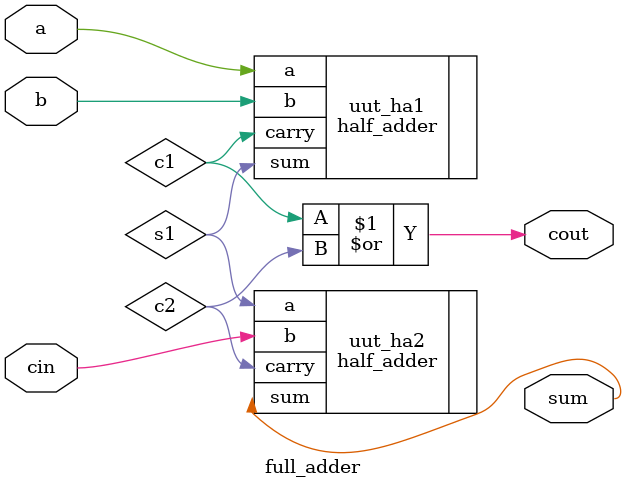
<source format=sv>
module full_adder(
    input logic a, b, cin,
    output logic sum, cout
    );
    logic s1, c1, c2;
    half_adder uut_ha1(.a(a), .b(b), .sum(s1), .carry(c1));
    half_adder uut_ha2(.a(s1), .b(cin), .sum(sum), .carry(c2));
    or OR1(cout, c1, c2);
endmodule
</source>
